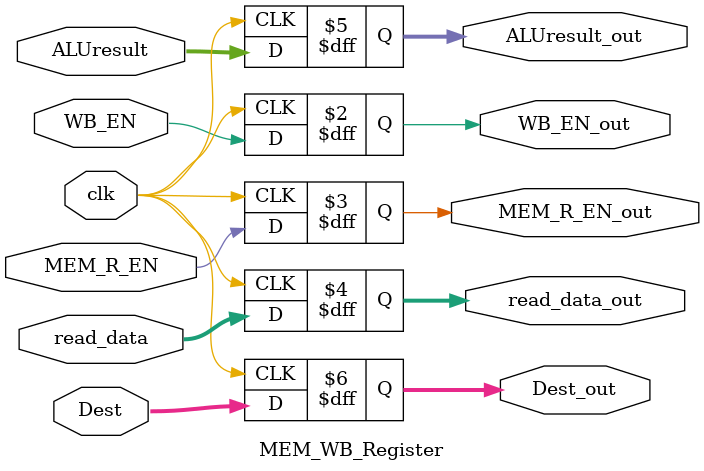
<source format=v>
module MEM_WB_Register(clk,WB_EN,MEM_R_EN,read_data,ALUresult,Dest,WB_EN_out,MEM_R_EN_out,read_data_out,ALUresult_out,Dest_out);
input WB_EN,MEM_R_EN,clk;
input [31:0] read_data,ALUresult;
input [4:0] Dest;
output reg WB_EN_out,MEM_R_EN_out;
output reg[31:0] read_data_out,ALUresult_out;
output reg [4:0] Dest_out;

always @ (posedge clk)
begin

WB_EN_out <= WB_EN;
MEM_R_EN_out <= MEM_R_EN;
read_data_out <= read_data;
ALUresult_out<= ALUresult;
Dest_out <= Dest;
end

endmodule

</source>
